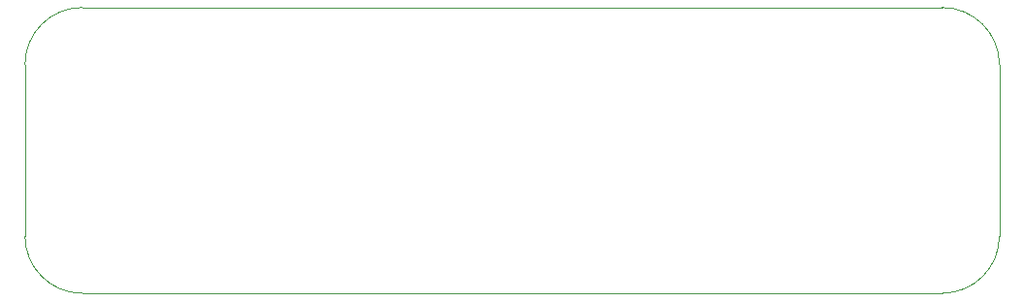
<source format=gbr>
%TF.GenerationSoftware,KiCad,Pcbnew,(6.0.11)*%
%TF.CreationDate,2023-08-09T20:09:53+02:00*%
%TF.ProjectId,Box_domotique_A,426f785f-646f-46d6-9f74-697175655f41,rev?*%
%TF.SameCoordinates,Original*%
%TF.FileFunction,Profile,NP*%
%FSLAX46Y46*%
G04 Gerber Fmt 4.6, Leading zero omitted, Abs format (unit mm)*
G04 Created by KiCad (PCBNEW (6.0.11)) date 2023-08-09 20:09:53*
%MOMM*%
%LPD*%
G01*
G04 APERTURE LIST*
%TA.AperFunction,Profile*%
%ADD10C,0.100000*%
%TD*%
G04 APERTURE END LIST*
D10*
X80000000Y-80000000D02*
X80000000Y-65000000D01*
X85000000Y-60000000D02*
G75*
G03*
X80000000Y-65000000I0J-5000000D01*
G01*
X165000000Y-65000000D02*
G75*
G03*
X160000000Y-60000000I-5000000J0D01*
G01*
X80000000Y-80000000D02*
G75*
G03*
X85000000Y-85000000I5000000J0D01*
G01*
X160000000Y-85000000D02*
X85000000Y-85000000D01*
X160000000Y-85000000D02*
G75*
G03*
X165000000Y-80000000I0J5000000D01*
G01*
X165000000Y-65000000D02*
X165000000Y-80000000D01*
X85000000Y-60000000D02*
X160000000Y-60000000D01*
M02*

</source>
